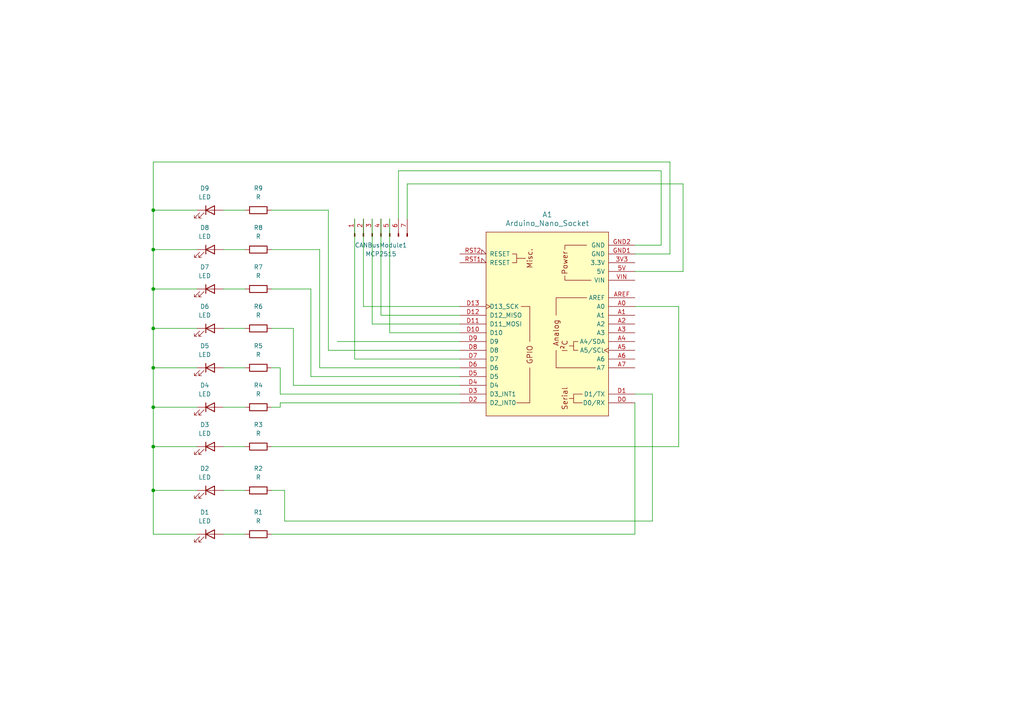
<source format=kicad_sch>
(kicad_sch (version 20230121) (generator eeschema)
  (paper "A4")
  (lib_symbols
    (symbol "Connector:Conn_01x07_Pin" (pin_names (offset 1.016) hide)
      (property "Reference" "J" (at 0 10.16 0))
      (property "Value" "Conn_01x07_Pin" (at 0 -10.16 0))
      (symbol "Conn_01x07_Pin_1_1"
        (polyline (pts (xy 1.27 -7.62) (xy 0.8636 -7.62)) (stroke (width 0.1524)))
        (polyline (pts (xy 1.27 -5.08) (xy 0.8636 -5.08)) (stroke (width 0.1524)))
        (polyline (pts (xy 1.27 -2.54) (xy 0.8636 -2.54)) (stroke (width 0.1524)))
        (polyline (pts (xy 1.27 0) (xy 0.8636 0)) (stroke (width 0.1524)))
        (polyline (pts (xy 1.27 2.54) (xy 0.8636 2.54)) (stroke (width 0.1524)))
        (polyline (pts (xy 1.27 5.08) (xy 0.8636 5.08)) (stroke (width 0.1524)))
        (polyline (pts (xy 1.27 7.62) (xy 0.8636 7.62)) (stroke (width 0.1524)))
        (rectangle (start 0.8636 -7.493) (end 0 -7.747) (stroke (width 0.1524)) (fill (type outline)))
        (rectangle (start 0.8636 -4.953) (end 0 -5.207) (stroke (width 0.1524)) (fill (type outline)))
        (rectangle (start 0.8636 -2.413) (end 0 -2.667) (stroke (width 0.1524)) (fill (type outline)))
        (rectangle (start 0.8636 0.127) (end 0 -0.127) (stroke (width 0.1524)) (fill (type outline)))
        (rectangle (start 0.8636 2.667) (end 0 2.413) (stroke (width 0.1524)) (fill (type outline)))
        (rectangle (start 0.8636 5.207) (end 0 4.953) (stroke (width 0.1524)) (fill (type outline)))
        (rectangle (start 0.8636 7.747) (end 0 7.493) (stroke (width 0.1524)) (fill (type outline)))
        (pin passive line (at 5.08 7.62 180) (length 3.81) (name "Pin_1") (number "1"))
        (pin passive line (at 5.08 5.08 180) (length 3.81) (name "Pin_2") (number "2"))
        (pin passive line (at 5.08 2.54 180) (length 3.81) (name "Pin_3") (number "3"))
        (pin passive line (at 5.08 0 180) (length 3.81) (name "Pin_4") (number "4"))
        (pin passive line (at 5.08 -2.54 180) (length 3.81) (name "Pin_5") (number "5"))
        (pin passive line (at 5.08 -5.08 180) (length 3.81) (name "Pin_6") (number "6"))
        (pin passive line (at 5.08 -7.62 180) (length 3.81) (name "Pin_7") (number "7"))
      )
    )
    (symbol "Device:LED" (pin_numbers hide) (pin_names (offset 1.016) hide)
      (property "Reference" "D" (at 0 2.54 0))
      (property "Value" "LED" (at 0 -2.54 0))
      (symbol "LED_0_1"
        (polyline (pts (xy -1.27 -1.27) (xy -1.27 1.27)) (stroke (width 0.254)))
        (polyline (pts (xy -1.27 0) (xy 1.27 0)))
        (polyline (pts (xy 1.27 -1.27) (xy 1.27 1.27) (xy -1.27 0) (xy 1.27 -1.27)) (stroke (width 0.254)))
        (polyline (pts (xy -3.048 -0.762) (xy -4.572 -2.286) (xy -3.81 -2.286) (xy -4.572 -2.286) (xy -4.572 -1.524)))
        (polyline (pts (xy -1.778 -0.762) (xy -3.302 -2.286) (xy -2.54 -2.286) (xy -3.302 -2.286) (xy -3.302 -1.524)))
      )
      (symbol "LED_1_1"
        (pin passive line (at -3.81 0 0) (length 2.54) (name "K") (number "1"))
        (pin passive line (at 3.81 0 180) (length 2.54) (name "A") (number "2"))
      )
    )
    (symbol "Device:R" (pin_numbers hide) (pin_names (offset 0))
      (property "Reference" "R" (at 2.032 0 90))
      (property "Value" "R" (at 0 0 90))
      (symbol "R_0_1"
        (rectangle (start -1.016 -2.54) (end 1.016 2.54) (stroke (width 0.254)))
      )
      (symbol "R_1_1"
        (pin passive line (at 0 3.81 270) (length 1.27) (name "~") (number "1"))
        (pin passive line (at 0 -3.81 90) (length 1.27) (name "~") (number "2"))
      )
    )
    (symbol "PCM_arduino-library:Arduino_Nano_Socket" (pin_names (offset 1.016))
      (property "Reference" "A" (at 0 33.02 0))
      (property "Value" "Arduino_Nano_Socket" (at 0 29.21 0))
      (symbol "Arduino_Nano_Socket_0_0"
        (rectangle (start -17.78 26.67) (end 17.78 -26.67) (fill (type background)))
        (polyline (pts (xy -7.62 6.35) (xy -6.35 6.35)))
        (polyline (pts (xy -7.62 21.59) (xy -6.35 21.59)))
        (polyline (pts (xy 8.89 -19.05) (xy 6.35 -19.05)))
        (polyline (pts (xy -11.43 -22.86) (xy -5.08 -22.86) (xy -5.08 -21.59)))
        (polyline (pts (xy -5.08 -13.97) (xy -5.08 -12.7) (xy -12.7 -12.7)))
        (polyline (pts (xy -10.16 22.86) (xy -7.62 22.86) (xy -7.62 20.32) (xy -10.16 20.32)))
        (polyline (pts (xy -8.89 7.62) (xy -7.62 7.62) (xy -7.62 5.08) (xy -8.89 5.08)))
        (text "Analog" (at -2.54 2.54 900) (effects (font (size 1.524 1.524))))
        (text "I²C" (at -5.08 6.35 900) (effects (font (size 1.524 1.524))))
        (text "Misc." (at 5.08 -19.05 900) (effects (font (size 1.524 1.524))))
        (text "Power" (at -5.08 -17.78 900) (effects (font (size 1.524 1.524))))
        (text "Serial" (at -5.08 21.59 900) (effects (font (size 1.524 1.524))))
      )
      (symbol "Arduino_Nano_Socket_0_1"
        (polyline (pts (xy -13.97 12.7) (xy -2.54 12.7) (xy -2.54 7.62)))
        (polyline (pts (xy -11.43 -7.62) (xy -2.54 -7.62) (xy -2.54 -2.54)))
        (polyline (pts (xy 7.62 -5.08) (xy 5.08 -5.08) (xy 5.08 5.08)))
        (polyline (pts (xy 8.89 22.86) (xy 5.08 22.86) (xy 5.08 12.7)))
        (polyline (pts (xy 10.16 -17.78) (xy 8.89 -17.78) (xy 8.89 -20.32) (xy 10.16 -20.32)))
      )
      (symbol "Arduino_Nano_Socket_1_0"
        (text "GPIO" (at 5.08 8.89 900) (effects (font (size 1.524 1.524))))
      )
      (symbol "Arduino_Nano_Socket_1_1"
        (pin power_out line (at -25.4 -17.78 0) (length 7.62) (name "3.3V") (number "3V3"))
        (pin power_in line (at -25.4 -15.24 0) (length 7.62) (name "5V") (number "5V"))
        (pin bidirectional line (at -25.4 -5.08 0) (length 7.62) (name "A0") (number "A0"))
        (pin bidirectional line (at -25.4 -2.54 0) (length 7.62) (name "A1") (number "A1"))
        (pin bidirectional line (at -25.4 0 0) (length 7.62) (name "A2") (number "A2"))
        (pin bidirectional line (at -25.4 2.54 0) (length 7.62) (name "A3") (number "A3"))
        (pin bidirectional line (at -25.4 5.08 0) (length 7.62) (name "A4/SDA") (number "A4"))
        (pin bidirectional clock (at -25.4 7.62 0) (length 7.62) (name "A5/SCL") (number "A5"))
        (pin input line (at -25.4 10.16 0) (length 7.62) (name "A6") (number "A6"))
        (pin input line (at -25.4 12.7 0) (length 7.62) (name "A7") (number "A7"))
        (pin input line (at -25.4 -7.62 0) (length 7.62) (name "AREF") (number "AREF"))
        (pin bidirectional line (at -25.4 22.86 0) (length 7.62) (name "D0/RX") (number "D0"))
        (pin bidirectional line (at -25.4 20.32 0) (length 7.62) (name "D1/TX") (number "D1"))
        (pin bidirectional line (at 25.4 2.54 180) (length 7.62) (name "D10") (number "D10"))
        (pin bidirectional line (at 25.4 0 180) (length 7.62) (name "D11_MOSI") (number "D11"))
        (pin bidirectional line (at 25.4 -2.54 180) (length 7.62) (name "D12_MISO") (number "D12"))
        (pin bidirectional clock (at 25.4 -5.08 180) (length 7.62) (name "D13_SCK") (number "D13"))
        (pin bidirectional line (at 25.4 22.86 180) (length 7.62) (name "D2_INT0") (number "D2"))
        (pin bidirectional line (at 25.4 20.32 180) (length 7.62) (name "D3_INT1") (number "D3"))
        (pin bidirectional line (at 25.4 17.78 180) (length 7.62) (name "D4") (number "D4"))
        (pin bidirectional line (at 25.4 15.24 180) (length 7.62) (name "D5") (number "D5"))
        (pin bidirectional line (at 25.4 12.7 180) (length 7.62) (name "D6") (number "D6"))
        (pin bidirectional line (at 25.4 10.16 180) (length 7.62) (name "D7") (number "D7"))
        (pin bidirectional line (at 25.4 7.62 180) (length 7.62) (name "D8") (number "D8"))
        (pin bidirectional line (at 25.4 5.08 180) (length 7.62) (name "D9") (number "D9"))
        (pin power_in line (at -25.4 -20.32 0) (length 7.62) (name "GND") (number "GND1"))
        (pin power_in line (at -25.4 -22.86 0) (length 7.62) (name "GND") (number "GND2"))
        (pin open_collector input_low (at 25.4 -17.78 180) (length 7.62) (name "RESET") (number "RST1"))
        (pin open_collector input_low (at 25.4 -20.32 180) (length 7.62) (name "RESET") (number "RST2"))
        (pin power_in line (at -25.4 -12.7 0) (length 7.62) (name "VIN") (number "VIN"))
      )
    )
  )
  (junction (at 44.45 95.25))
  (junction (at 44.45 142.24))
  (junction (at 44.45 72.39))
  (junction (at 44.45 60.96))
  (junction (at 44.45 106.68))
  (junction (at 44.45 129.54))
  (junction (at 44.45 118.11))
  (junction (at 44.45 83.82))
  (wire (pts (xy 81.28 118.11) (xy 78.74 118.11)))
  (wire (pts (xy 44.45 129.54) (xy 57.15 129.54)))
  (wire (pts (xy 110.49 63.5) (xy 110.49 91.44)))
  (wire (pts (xy 81.28 114.3) (xy 81.28 106.68)))
  (wire (pts (xy 85.09 95.25) (xy 78.74 95.25)))
  (wire (pts (xy 102.87 104.14) (xy 133.35 104.14)))
  (wire (pts (xy 82.55 142.24) (xy 78.74 142.24)))
  (wire (pts (xy 44.45 83.82) (xy 57.15 83.82)))
  (wire (pts (xy 184.15 154.94) (xy 78.74 154.94)))
  (wire (pts (xy 189.23 114.3) (xy 189.23 151.13)))
  (wire (pts (xy 191.77 71.12) (xy 184.15 71.12)))
  (wire (pts (xy 71.12 129.54) (xy 64.77 129.54)))
  (wire (pts (xy 78.74 83.82) (xy 90.17 83.82)))
  (wire (pts (xy 81.28 114.3) (xy 133.35 114.3)))
  (wire (pts (xy 194.31 46.99) (xy 194.31 73.66)))
  (wire (pts (xy 44.45 142.24) (xy 44.45 154.94)))
  (wire (pts (xy 102.87 63.5) (xy 102.87 104.14)))
  (wire (pts (xy 44.45 118.11) (xy 57.15 118.11)))
  (wire (pts (xy 44.45 106.68) (xy 44.45 118.11)))
  (wire (pts (xy 44.45 72.39) (xy 44.45 83.82)))
  (wire (pts (xy 115.57 63.5) (xy 115.57 49.53)))
  (wire (pts (xy 71.12 142.24) (xy 64.77 142.24)))
  (wire (pts (xy 81.28 116.84) (xy 81.28 118.11)))
  (wire (pts (xy 113.03 96.52) (xy 133.35 96.52)))
  (wire (pts (xy 44.45 106.68) (xy 57.15 106.68)))
  (wire (pts (xy 92.71 72.39) (xy 92.71 106.68)))
  (wire (pts (xy 191.77 49.53) (xy 191.77 71.12)))
  (wire (pts (xy 44.45 129.54) (xy 44.45 142.24)))
  (wire (pts (xy 44.45 60.96) (xy 57.15 60.96)))
  (wire (pts (xy 44.45 46.99) (xy 44.45 60.96)))
  (wire (pts (xy 90.17 83.82) (xy 90.17 109.22)))
  (wire (pts (xy 44.45 72.39) (xy 57.15 72.39)))
  (wire (pts (xy 78.74 72.39) (xy 92.71 72.39)))
  (wire (pts (xy 196.85 88.9) (xy 196.85 129.54)))
  (wire (pts (xy 107.95 93.98) (xy 133.35 93.98)))
  (wire (pts (xy 184.15 73.66) (xy 194.31 73.66)))
  (wire (pts (xy 71.12 95.25) (xy 64.77 95.25)))
  (wire (pts (xy 105.41 88.9) (xy 133.35 88.9)))
  (wire (pts (xy 82.55 151.13) (xy 82.55 142.24)))
  (wire (pts (xy 44.45 95.25) (xy 44.45 106.68)))
  (wire (pts (xy 113.03 63.5) (xy 113.03 96.52)))
  (wire (pts (xy 198.12 78.74) (xy 198.12 53.34)))
  (wire (pts (xy 133.35 109.22) (xy 90.17 109.22)))
  (wire (pts (xy 107.95 63.5) (xy 107.95 93.98)))
  (wire (pts (xy 71.12 118.11) (xy 64.77 118.11)))
  (wire (pts (xy 44.45 118.11) (xy 44.45 129.54)))
  (wire (pts (xy 44.45 60.96) (xy 44.45 72.39)))
  (wire (pts (xy 184.15 88.9) (xy 196.85 88.9)))
  (wire (pts (xy 71.12 106.68) (xy 64.77 106.68)))
  (wire (pts (xy 64.77 60.96) (xy 71.12 60.96)))
  (wire (pts (xy 81.28 106.68) (xy 78.74 106.68)))
  (wire (pts (xy 184.15 116.84) (xy 184.15 154.94)))
  (wire (pts (xy 105.41 63.5) (xy 105.41 88.9)))
  (wire (pts (xy 133.35 111.76) (xy 85.09 111.76)))
  (wire (pts (xy 81.28 116.84) (xy 133.35 116.84)))
  (wire (pts (xy 85.09 95.25) (xy 85.09 111.76)))
  (wire (pts (xy 44.45 95.25) (xy 57.15 95.25)))
  (wire (pts (xy 44.45 142.24) (xy 57.15 142.24)))
  (wire (pts (xy 64.77 83.82) (xy 71.12 83.82)))
  (wire (pts (xy 71.12 154.94) (xy 64.77 154.94)))
  (wire (pts (xy 64.77 72.39) (xy 71.12 72.39)))
  (wire (pts (xy 44.45 154.94) (xy 57.15 154.94)))
  (wire (pts (xy 184.15 78.74) (xy 198.12 78.74)))
  (wire (pts (xy 194.31 46.99) (xy 44.45 46.99)))
  (wire (pts (xy 115.57 49.53) (xy 191.77 49.53)))
  (wire (pts (xy 133.35 106.68) (xy 92.71 106.68)))
  (wire (pts (xy 78.74 60.96) (xy 95.25 60.96)))
  (wire (pts (xy 198.12 53.34) (xy 118.11 53.34)))
  (wire (pts (xy 133.35 99.06) (xy 97.79 99.06)))
  (wire (pts (xy 44.45 83.82) (xy 44.45 95.25)))
  (wire (pts (xy 110.49 91.44) (xy 133.35 91.44)))
  (wire (pts (xy 196.85 129.54) (xy 78.74 129.54)))
  (wire (pts (xy 95.25 60.96) (xy 95.25 101.6)))
  (wire (pts (xy 133.35 101.6) (xy 95.25 101.6)))
  (wire (pts (xy 189.23 151.13) (xy 82.55 151.13)))
  (wire (pts (xy 184.15 114.3) (xy 189.23 114.3)))
  (wire (pts (xy 118.11 53.34) (xy 118.11 63.5)))
  (symbol (lib_id "Device:R") (at 74.93 83.82 90) (unit 1)
    (property "Reference" "R7" (at 74.93 77.47 90))
    (property "Value" "R" (at 74.93 80.01 90))
    (property "Footprint" "Resistor_SMD:R_1206_3216Metric" (effects hide))
  )
  (symbol (lib_id "Device:LED") (at 60.96 106.68 0) (unit 1)
    (property "Reference" "D5" (at 59.3725 100.33 0))
    (property "Value" "LED" (at 59.3725 102.87 0))
    (property "Footprint" "LED_SMD:LED_Yuji_5730" (effects hide))
  )
  (symbol (lib_id "Device:R") (at 74.93 154.94 90) (unit 1)
    (property "Reference" "R1" (at 74.93 148.59 90))
    (property "Value" "R" (at 74.93 151.13 90))
    (property "Footprint" "Resistor_SMD:R_1206_3216Metric" (effects hide))
  )
  (symbol (lib_id "Device:R") (at 74.93 72.39 90) (unit 1)
    (property "Reference" "R8" (at 74.93 66.04 90))
    (property "Value" "R" (at 74.93 68.58 90))
    (property "Footprint" "Resistor_SMD:R_1206_3216Metric" (effects hide))
  )
  (symbol (lib_id "Device:LED") (at 60.96 129.54 0) (unit 1)
    (property "Reference" "D3" (at 59.3725 123.19 0))
    (property "Value" "LED" (at 59.3725 125.73 0))
    (property "Footprint" "LED_SMD:LED_Yuji_5730" (effects hide))
  )
  (symbol (lib_id "Device:R") (at 74.93 106.68 90) (unit 1)
    (property "Reference" "R5" (at 74.93 100.33 90))
    (property "Value" "R" (at 74.93 102.87 90))
    (property "Footprint" "Resistor_SMD:R_1206_3216Metric" (effects hide))
  )
  (symbol (lib_id "Device:LED") (at 60.96 95.25 0) (unit 1)
    (property "Reference" "D6" (at 59.3725 88.9 0))
    (property "Value" "LED" (at 59.3725 91.44 0))
    (property "Footprint" "LED_SMD:LED_Yuji_5730" (effects hide))
  )
  (symbol (lib_id "Device:R") (at 74.93 129.54 90) (unit 1)
    (property "Reference" "R3" (at 74.93 123.19 90))
    (property "Value" "R" (at 74.93 125.73 90))
    (property "Footprint" "Resistor_SMD:R_1206_3216Metric" (effects hide))
  )
  (symbol (lib_id "Device:LED") (at 60.96 118.11 0) (unit 1)
    (property "Reference" "D4" (at 59.3725 111.76 0))
    (property "Value" "LED" (at 59.3725 114.3 0))
    (property "Footprint" "LED_SMD:LED_Yuji_5730" (effects hide))
  )
  (symbol (lib_id "Device:LED") (at 60.96 154.94 0) (unit 1)
    (property "Reference" "D1" (at 59.3725 148.59 0))
    (property "Value" "LED" (at 59.3725 151.13 0))
    (property "Footprint" "LED_SMD:LED_Yuji_5730" (effects hide))
  )
  (symbol (lib_id "PCM_arduino-library:Arduino_Nano_Socket") (at 158.75 93.98 180) (unit 1)
    (property "Reference" "A1" (at 158.75 62.23 0) (effects (font (size 1.524 1.524))))
    (property "Value" "Arduino_Nano_Socket" (at 158.75 64.77 0) (effects (font (size 1.524 1.524))))
    (property "Footprint" "PCM_arduino-library:Arduino_Nano_Socket" (effects hide))
    (property "Datasheet" "https://docs.arduino.cc/hardware/nano" (effects hide))
  )
  (symbol (lib_id "Device:R") (at 74.93 95.25 90) (unit 1)
    (property "Reference" "R6" (at 74.93 88.9 90))
    (property "Value" "R" (at 74.93 91.44 90))
    (property "Footprint" "Resistor_SMD:R_1206_3216Metric" (effects hide))
  )
  (symbol (lib_id "Device:R") (at 74.93 60.96 90) (unit 1)
    (property "Reference" "R9" (at 74.93 54.61 90))
    (property "Value" "R" (at 74.93 57.15 90))
    (property "Footprint" "Resistor_SMD:R_1206_3216Metric" (effects hide))
  )
  (symbol (lib_id "Device:R") (at 74.93 142.24 90) (unit 1)
    (property "Reference" "R2" (at 74.93 135.89 90))
    (property "Value" "R" (at 74.93 138.43 90))
    (property "Footprint" "Resistor_SMD:R_1206_3216Metric" (effects hide))
  )
  (symbol (lib_id "Device:LED") (at 60.96 142.24 0) (unit 1)
    (property "Reference" "D2" (at 59.3725 135.89 0))
    (property "Value" "LED" (at 59.3725 138.43 0))
    (property "Footprint" "LED_SMD:LED_Yuji_5730" (effects hide))
  )
  (symbol (lib_id "Device:R") (at 74.93 118.11 90) (unit 1)
    (property "Reference" "R4" (at 74.93 111.76 90))
    (property "Value" "R" (at 74.93 114.3 90))
    (property "Footprint" "Resistor_SMD:R_1206_3216Metric" (effects hide))
  )
  (symbol (lib_id "Device:LED") (at 60.96 72.39 0) (unit 1)
    (property "Reference" "D8" (at 59.3725 66.04 0))
    (property "Value" "LED" (at 59.3725 68.58 0))
    (property "Footprint" "LED_SMD:LED_Yuji_5730" (effects hide))
  )
  (symbol (lib_id "Device:LED") (at 60.96 83.82 0) (unit 1)
    (property "Reference" "D7" (at 59.3725 77.47 0))
    (property "Value" "LED" (at 59.3725 80.01 0))
    (property "Footprint" "LED_SMD:LED_Yuji_5730" (effects hide))
  )
  (symbol (lib_id "Connector:Conn_01x07_Pin") (at 110.49 68.58 90) (unit 1)
    (property "Reference" "CANBusModule1" (at 110.49 71.12 90))
    (property "Value" "MCP2515" (at 110.49 73.66 90))
    (property "Footprint" "Connector_PinHeader_2.54mm:PinHeader_1x07_P2.54mm_Vertical" (effects hide))
  )
  (symbol (lib_id "Device:LED") (at 60.96 60.96 0) (unit 1)
    (property "Reference" "D9" (at 59.3725 54.61 0))
    (property "Value" "LED" (at 59.3725 57.15 0))
    (property "Footprint" "LED_SMD:LED_Yuji_5730" (effects hide))
  )
)
</source>
